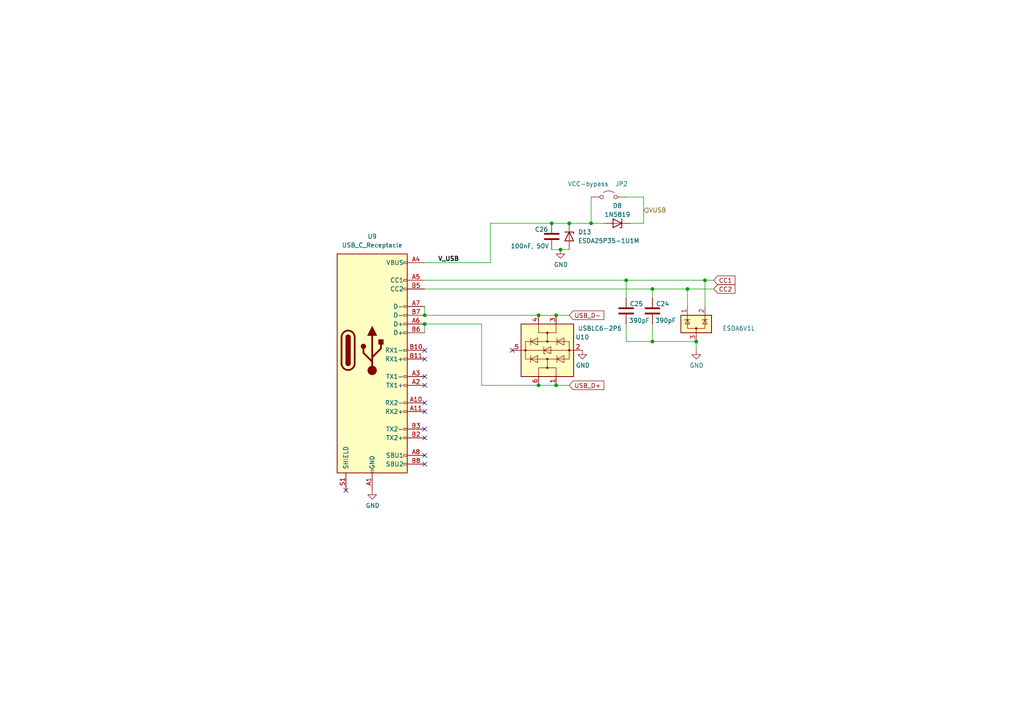
<source format=kicad_sch>
(kicad_sch (version 20231120) (generator "eeschema") (generator_version "8.0")
  (paper "A4")
  (title_block (title "I3ESC") (date "2024-09-07") (company "AlfredoSystems"))
  (lib_symbols
    (symbol "Connector:USB_C_Receptacle" (pin_names (offset 1.016))
      (property "Reference" "J" (at -10.16 29.21 0))
      (property "Value" "USB_C_Receptacle" (at 10.16 29.21 0))
      (symbol "USB_C_Receptacle_0_0"
        (rectangle (start -0.254 -35.56) (end 0.254 -34.544))
        (rectangle (start 10.16 -32.766) (end 9.144 -33.274))
        (rectangle (start 10.16 -30.226) (end 9.144 -30.734))
        (rectangle (start 10.16 -25.146) (end 9.144 -25.654))
        (rectangle (start 10.16 -22.606) (end 9.144 -23.114))
        (rectangle (start 10.16 -17.526) (end 9.144 -18.034))
        (rectangle (start 10.16 -14.986) (end 9.144 -15.494))
        (rectangle (start 10.16 -9.906) (end 9.144 -10.414))
        (rectangle (start 10.16 -7.366) (end 9.144 -7.874))
        (rectangle (start 10.16 -2.286) (end 9.144 -2.794))
        (rectangle (start 10.16 0.254) (end 9.144 -0.254))
        (rectangle (start 10.16 5.334) (end 9.144 4.826))
        (rectangle (start 10.16 7.874) (end 9.144 7.366))
        (rectangle (start 10.16 10.414) (end 9.144 9.906))
        (rectangle (start 10.16 12.954) (end 9.144 12.446))
        (rectangle (start 10.16 18.034) (end 9.144 17.526))
        (rectangle (start 10.16 20.574) (end 9.144 20.066))
        (rectangle (start 10.16 25.654) (end 9.144 25.146))
      )
      (symbol "USB_C_Receptacle_0_1"
        (rectangle (start -10.16 27.94) (end 10.16 -35.56) (stroke (width 0.254)) (fill (type background)))
        (arc (start -8.89 -3.81) (mid -6.985 -5.7067) (end -5.08 -3.81) (stroke (width 0.508)))
        (arc (start -7.62 -3.81) (mid -6.985 -4.4423) (end -6.35 -3.81) (stroke (width 0.254)))
        (arc (start -7.62 -3.81) (mid -6.985 -4.4423) (end -6.35 -3.81) (stroke (width 0.254)) (fill (type outline)))
        (rectangle (start -7.62 -3.81) (end -6.35 3.81) (stroke (width 0.254)) (fill (type outline)))
        (arc (start -6.35 3.81) (mid -6.985 4.4423) (end -7.62 3.81) (stroke (width 0.254)))
        (arc (start -6.35 3.81) (mid -6.985 4.4423) (end -7.62 3.81) (stroke (width 0.254)) (fill (type outline)))
        (arc (start -5.08 3.81) (mid -6.985 5.7067) (end -8.89 3.81) (stroke (width 0.508)))
        (polyline (pts (xy -8.89 -3.81) (xy -8.89 3.81)) (stroke (width 0.508)))
        (polyline (pts (xy -5.08 3.81) (xy -5.08 -3.81)) (stroke (width 0.508)))
      )
      (symbol "USB_C_Receptacle_1_1"
        (circle (center -2.54 1.143) (radius 0.635) (stroke (width 0.254)) (fill (type outline)))
        (circle (center 0 -5.842) (radius 1.27) (fill (type outline)))
        (polyline (pts (xy 0 -5.842) (xy 0 4.318)) (stroke (width 0.508)))
        (polyline (pts (xy 0 -3.302) (xy -2.54 -0.762) (xy -2.54 0.508)) (stroke (width 0.508)))
        (polyline (pts (xy 0 -2.032) (xy 2.54 0.508) (xy 2.54 1.778)) (stroke (width 0.508)))
        (polyline (pts (xy -1.27 4.318) (xy 0 6.858) (xy 1.27 4.318) (xy -1.27 4.318)) (stroke (width 0.254)) (fill (type outline)))
        (rectangle (start 1.905 1.778) (end 3.175 3.048) (stroke (width 0.254)) (fill (type outline)))
        (pin passive line (at 0 -40.64 90) (length 5.08) (name "GND") (number "A1"))
        (pin bidirectional line (at 15.24 -15.24 180) (length 5.08) (name "RX2-") (number "A10"))
        (pin bidirectional line (at 15.24 -17.78 180) (length 5.08) (name "RX2+") (number "A11"))
        (pin passive line (at 0 -40.64 90) (length 5.08) hide (name "GND") (number "A12"))
        (pin bidirectional line (at 15.24 -10.16 180) (length 5.08) (name "TX1+") (number "A2"))
        (pin bidirectional line (at 15.24 -7.62 180) (length 5.08) (name "TX1-") (number "A3"))
        (pin passive line (at 15.24 25.4 180) (length 5.08) (name "VBUS") (number "A4"))
        (pin bidirectional line (at 15.24 20.32 180) (length 5.08) (name "CC1") (number "A5"))
        (pin bidirectional line (at 15.24 7.62 180) (length 5.08) (name "D+") (number "A6"))
        (pin bidirectional line (at 15.24 12.7 180) (length 5.08) (name "D-") (number "A7"))
        (pin bidirectional line (at 15.24 -30.48 180) (length 5.08) (name "SBU1") (number "A8"))
        (pin passive line (at 15.24 25.4 180) (length 5.08) hide (name "VBUS") (number "A9"))
        (pin passive line (at 0 -40.64 90) (length 5.08) hide (name "GND") (number "B1"))
        (pin bidirectional line (at 15.24 0 180) (length 5.08) (name "RX1-") (number "B10"))
        (pin bidirectional line (at 15.24 -2.54 180) (length 5.08) (name "RX1+") (number "B11"))
        (pin passive line (at 0 -40.64 90) (length 5.08) hide (name "GND") (number "B12"))
        (pin bidirectional line (at 15.24 -25.4 180) (length 5.08) (name "TX2+") (number "B2"))
        (pin bidirectional line (at 15.24 -22.86 180) (length 5.08) (name "TX2-") (number "B3"))
        (pin passive line (at 15.24 25.4 180) (length 5.08) hide (name "VBUS") (number "B4"))
        (pin bidirectional line (at 15.24 17.78 180) (length 5.08) (name "CC2") (number "B5"))
        (pin bidirectional line (at 15.24 5.08 180) (length 5.08) (name "D+") (number "B6"))
        (pin bidirectional line (at 15.24 10.16 180) (length 5.08) (name "D-") (number "B7"))
        (pin bidirectional line (at 15.24 -33.02 180) (length 5.08) (name "SBU2") (number "B8"))
        (pin passive line (at 15.24 25.4 180) (length 5.08) hide (name "VBUS") (number "B9"))
        (pin passive line (at -7.62 -40.64 90) (length 5.08) (name "SHIELD") (number "S1"))
      )
    )
    (symbol "Device:C" (pin_numbers hide) (pin_names (offset 0.254))
      (property "Reference" "C" (at 0.635 2.54 0))
      (property "Value" "C" (at 0.635 -2.54 0))
      (symbol "C_0_1"
        (polyline (pts (xy -2.032 -0.762) (xy 2.032 -0.762)) (stroke (width 0.508)))
        (polyline (pts (xy -2.032 0.762) (xy 2.032 0.762)) (stroke (width 0.508)))
      )
      (symbol "C_1_1"
        (pin passive line (at 0 3.81 270) (length 2.794) (name "~") (number "1"))
        (pin passive line (at 0 -3.81 90) (length 2.794) (name "~") (number "2"))
      )
    )
    (symbol "Device:D_Zener" (pin_numbers hide) (pin_names (offset 1.016) hide)
      (property "Reference" "D" (at 0 2.54 0))
      (property "Value" "D_Zener" (at 0 -2.54 0))
      (symbol "D_Zener_0_1"
        (polyline (pts (xy 1.27 0) (xy -1.27 0)))
        (polyline (pts (xy -1.27 -1.27) (xy -1.27 1.27) (xy -0.762 1.27)) (stroke (width 0.254)))
        (polyline (pts (xy 1.27 -1.27) (xy 1.27 1.27) (xy -1.27 0) (xy 1.27 -1.27)) (stroke (width 0.254)))
      )
      (symbol "D_Zener_1_1"
        (pin passive line (at -3.81 0 0) (length 2.54) (name "K") (number "1"))
        (pin passive line (at 3.81 0 180) (length 2.54) (name "A") (number "2"))
      )
    )
    (symbol "Jumper:Jumper_2_Open" (pin_numbers hide) (pin_names (offset 0) hide) (exclude_from_sim yes)
      (property "Reference" "JP" (at 0 2.794 0))
      (property "Value" "Jumper_2_Open" (at 0 -2.286 0))
      (symbol "Jumper_2_Open_0_0"
        (circle (center -2.032 0) (radius 0.508))
        (circle (center 2.032 0) (radius 0.508))
      )
      (symbol "Jumper_2_Open_0_1"
        (arc (start 1.524 1.27) (mid 0 1.778) (end -1.524 1.27))
      )
      (symbol "Jumper_2_Open_1_1"
        (pin passive line (at -5.08 0 0) (length 2.54) (name "A") (number "1"))
        (pin passive line (at 5.08 0 180) (length 2.54) (name "B") (number "2"))
      )
    )
    (symbol "Power_Protection:ESDA5V3L" (pin_names hide)
      (property "Reference" "D" (at 5.715 2.54 0))
      (property "Value" "ESDA5V3L" (at 5.715 0.635 0))
      (symbol "ESDA5V3L_0_0"
        (pin passive line (at 0 -5.08 90) (length 2.54) (name "A") (number "3"))
      )
      (symbol "ESDA5V3L_0_1"
        (rectangle (start -4.445 2.54) (end 4.445 -2.54) (stroke (width 0.254)) (fill (type background)))
        (circle (center 0 -1.27) (radius 0.254) (fill (type outline)))
        (polyline (pts (xy -2.54 2.54) (xy -2.54 1.27)))
        (polyline (pts (xy 0 -1.27) (xy 0 -2.54)))
        (polyline (pts (xy 2.54 2.54) (xy 2.54 1.27)))
        (polyline (pts (xy -3.302 1.016) (xy -3.302 1.27) (xy -1.905 1.27) (xy -1.778 1.27)))
        (polyline (pts (xy -2.54 1.27) (xy -2.54 -1.27) (xy 2.54 -1.27) (xy 2.54 1.27)))
        (polyline (pts (xy -2.54 1.27) (xy -1.905 0) (xy -3.175 0) (xy -2.54 1.27)))
        (polyline (pts (xy 1.778 1.016) (xy 1.778 1.27) (xy 3.175 1.27) (xy 3.302 1.27)))
        (polyline (pts (xy 2.54 1.27) (xy 1.905 0) (xy 3.175 0) (xy 2.54 1.27)))
      )
      (symbol "ESDA5V3L_1_1"
        (pin passive line (at -2.54 5.08 270) (length 2.54) (name "K") (number "1"))
        (pin passive line (at 2.54 5.08 270) (length 2.54) (name "K") (number "2"))
      )
    )
    (symbol "Power_Protection:USBLC6-2P6" (pin_names hide)
      (property "Reference" "U" (at 2.54 8.89 0))
      (property "Value" "USBLC6-2P6" (at 2.54 -8.89 0))
      (symbol "USBLC6-2P6_0_1"
        (rectangle (start -7.62 -7.62) (end 7.62 7.62) (stroke (width 0.254)) (fill (type background)))
        (circle (center -5.08 0) (radius 0.254) (fill (type outline)))
        (circle (center -2.54 0) (radius 0.254) (fill (type outline)))
        (rectangle (start -2.54 6.35) (end 2.54 -6.35))
        (circle (center 0 -6.35) (radius 0.254) (fill (type outline)))
        (polyline (pts (xy -5.08 -2.54) (xy -7.62 -2.54)))
        (polyline (pts (xy -5.08 0) (xy -5.08 -2.54)))
        (polyline (pts (xy -5.08 2.54) (xy -7.62 2.54)))
        (polyline (pts (xy -1.524 -2.794) (xy -3.556 -2.794)))
        (polyline (pts (xy -1.524 4.826) (xy -3.556 4.826)))
        (polyline (pts (xy 0 -7.62) (xy 0 -6.35)))
        (polyline (pts (xy 0 -6.35) (xy 0 1.27)))
        (polyline (pts (xy 0 1.27) (xy 0 6.35)))
        (polyline (pts (xy 0 6.35) (xy 0 7.62)))
        (polyline (pts (xy 1.524 -2.794) (xy 3.556 -2.794)))
        (polyline (pts (xy 1.524 4.826) (xy 3.556 4.826)))
        (polyline (pts (xy 5.08 -2.54) (xy 7.62 -2.54)))
        (polyline (pts (xy 5.08 0) (xy 5.08 -2.54)))
        (polyline (pts (xy 5.08 2.54) (xy 7.62 2.54)))
        (polyline (pts (xy -2.54 0) (xy -5.08 0) (xy -5.08 2.54)))
        (polyline (pts (xy 2.54 0) (xy 5.08 0) (xy 5.08 2.54)))
        (polyline (pts (xy -3.556 -4.826) (xy -1.524 -4.826) (xy -2.54 -2.794) (xy -3.556 -4.826)))
        (polyline (pts (xy -3.556 2.794) (xy -1.524 2.794) (xy -2.54 4.826) (xy -3.556 2.794)))
        (polyline (pts (xy -1.016 -1.016) (xy 1.016 -1.016) (xy 0 1.016) (xy -1.016 -1.016)))
        (polyline (pts (xy 1.016 1.016) (xy 0.762 1.016) (xy -1.016 1.016) (xy -1.016 0.508)))
        (polyline (pts (xy 3.556 -4.826) (xy 1.524 -4.826) (xy 2.54 -2.794) (xy 3.556 -4.826)))
        (polyline (pts (xy 3.556 2.794) (xy 1.524 2.794) (xy 2.54 4.826) (xy 3.556 2.794)))
        (circle (center 0 6.35) (radius 0.254) (fill (type outline)))
        (circle (center 2.54 0) (radius 0.254) (fill (type outline)))
        (circle (center 5.08 0) (radius 0.254) (fill (type outline)))
      )
      (symbol "USBLC6-2P6_1_1"
        (pin passive line (at -10.16 -2.54 0) (length 2.54) (name "I/O1") (number "1"))
        (pin passive line (at 0 -10.16 90) (length 2.54) (name "GND") (number "2"))
        (pin passive line (at 10.16 -2.54 180) (length 2.54) (name "I/O2") (number "3"))
        (pin passive line (at 10.16 2.54 180) (length 2.54) (name "I/O2") (number "4"))
        (pin passive line (at 0 10.16 270) (length 2.54) (name "VBUS") (number "5"))
        (pin passive line (at -10.16 2.54 0) (length 2.54) (name "I/O1") (number "6"))
      )
    )
    (symbol "power:GND" (power) (pin_names (offset 0))
      (property "Value" "GND" (at 0 -3.81 0))
      (symbol "GND_0_1"
        (polyline (pts (xy 0 0) (xy 0 -1.27) (xy 1.27 -1.27) (xy 0 -2.54) (xy -1.27 -1.27) (xy 0 -1.27)))
      )
      (symbol "GND_1_1"
        (pin power_in line (at 0 0 270) (length 0) hide (name "GND") (number "1"))
      )
    )
  )
  (junction (at 161.29 111.76))
  (junction (at 156.21 91.44))
  (junction (at 123.19 93.98))
  (junction (at 160.02 64.77))
  (junction (at 171.45 64.77))
  (junction (at 199.39 83.82))
  (junction (at 181.61 81.28))
  (junction (at 189.23 99.06))
  (junction (at 165.1 64.77))
  (junction (at 123.19 91.44))
  (junction (at 156.21 111.76))
  (junction (at 162.56 72.39))
  (junction (at 189.23 83.82))
  (junction (at 161.29 91.44))
  (junction (at 201.93 99.06))
  (junction (at 204.47 81.28))
  (no_connect (at 123.19 104.14))
  (no_connect (at 123.19 111.76))
  (no_connect (at 123.19 101.6))
  (no_connect (at 148.59 101.6))
  (no_connect (at 100.33 142.24))
  (no_connect (at 123.19 127))
  (no_connect (at 123.19 132.08))
  (no_connect (at 123.19 109.22))
  (no_connect (at 123.19 116.84))
  (no_connect (at 123.19 124.46))
  (no_connect (at 123.19 134.62))
  (no_connect (at 123.19 119.38))
  (wire (pts (xy 181.61 81.28) (xy 181.61 86.36)))
  (wire (pts (xy 181.61 93.98) (xy 181.61 99.06)))
  (wire (pts (xy 186.69 64.77) (xy 182.88 64.77)))
  (wire (pts (xy 123.19 88.9) (xy 123.19 91.44)))
  (wire (pts (xy 186.69 57.15) (xy 186.69 64.77)))
  (wire (pts (xy 161.29 91.44) (xy 165.1 91.44)))
  (wire (pts (xy 189.23 83.82) (xy 189.23 86.36)))
  (wire (pts (xy 181.61 57.15) (xy 186.69 57.15)))
  (wire (pts (xy 139.7 93.98) (xy 123.19 93.98)))
  (wire (pts (xy 123.19 91.44) (xy 156.21 91.44)))
  (wire (pts (xy 160.02 72.39) (xy 162.56 72.39)))
  (wire (pts (xy 189.23 83.82) (xy 199.39 83.82)))
  (wire (pts (xy 123.19 76.2) (xy 142.24 76.2)))
  (wire (pts (xy 156.21 111.76) (xy 161.29 111.76)))
  (wire (pts (xy 199.39 83.82) (xy 199.39 88.9)))
  (wire (pts (xy 123.19 93.98) (xy 123.19 96.52)))
  (wire (pts (xy 181.61 81.28) (xy 204.47 81.28)))
  (wire (pts (xy 139.7 111.76) (xy 156.21 111.76)))
  (wire (pts (xy 204.47 81.28) (xy 207.01 81.28)))
  (wire (pts (xy 201.93 101.6) (xy 201.93 99.06)))
  (wire (pts (xy 123.19 81.28) (xy 181.61 81.28)))
  (wire (pts (xy 189.23 99.06) (xy 201.93 99.06)))
  (wire (pts (xy 160.02 64.77) (xy 165.1 64.77)))
  (wire (pts (xy 142.24 64.77) (xy 142.24 76.2)))
  (wire (pts (xy 139.7 111.76) (xy 139.7 93.98)))
  (wire (pts (xy 204.47 81.28) (xy 204.47 88.9)))
  (wire (pts (xy 165.1 64.77) (xy 171.45 64.77)))
  (wire (pts (xy 171.45 64.77) (xy 175.26 64.77)))
  (wire (pts (xy 162.56 72.39) (xy 165.1 72.39)))
  (wire (pts (xy 199.39 83.82) (xy 207.01 83.82)))
  (wire (pts (xy 142.24 64.77) (xy 160.02 64.77)))
  (wire (pts (xy 181.61 99.06) (xy 189.23 99.06)))
  (wire (pts (xy 123.19 83.82) (xy 189.23 83.82)))
  (wire (pts (xy 156.21 91.44) (xy 161.29 91.44)))
  (wire (pts (xy 165.1 111.76) (xy 161.29 111.76)))
  (wire (pts (xy 189.23 93.98) (xy 189.23 99.06)))
  (wire (pts (xy 171.45 57.15) (xy 171.45 64.77)))
  (label "V_USB" (at 127 76.2 0) (effects (font (bold yes))))
  (global_label "CC1" (shape input) (at 207.01 81.28 0) (property "Intersheetrefs" "${INTERSHEET_REFS}" (effects (hide yes))))
  (global_label "USB_D-" (shape input) (at 165.1 91.44 0) (property "Intersheetrefs" "${INTERSHEET_REFS}" (effects (hide yes))))
  (global_label "CC2" (shape input) (at 207.01 83.82 0) (property "Intersheetrefs" "${INTERSHEET_REFS}" (effects (hide yes))))
  (global_label "USB_D+" (shape input) (at 165.1 111.76 0) (property "Intersheetrefs" "${INTERSHEET_REFS}" (effects (hide yes))))
  (hierarchical_label "VUSB" (shape input) (at 186.69 60.96 0))
  (symbol (lib_id "Device:C") (at 160.02 68.58 0) (mirror y) (unit 1)
    (property "Reference" "C26" (at 159.004 66.548 0) (effects (justify left)))
    (property "Value" "100nF, 50V" (at 159.258 71.374 0) (effects (justify left)))
    (property "Footprint" "Capacitor_SMD:C_0402_1005Metric" (effects (hide yes)))
    (property "Datasheet" "https://lcsc.com/product-detail/Multilayer-Ceramic-Capacitors-MLCC---SMD-SMT_Samsung-Electro-Mechanics-Samsung-Electro-Mechanics-CL05B104KB54PNC_C307331.html" (effects (hide yes)))
    (property "Description" "Unpolarized capacitor" (effects (hide yes)))
    (property "LCSC" "C307331" (effects (hide yes)))
  )
  (symbol (lib_id "Device:C") (at 181.61 90.17 0) (unit 1)
    (property "Reference" "C25" (at 182.626 88.138 0) (effects (justify left)))
    (property "Value" "390pF" (at 182.372 92.964 0) (effects (justify left)))
    (property "Footprint" "Capacitor_SMD:C_0402_1005Metric" (effects (hide yes)))
    (property "Datasheet" "https://jlcpcb.com/partdetail/Yageo-CC0402JRNPO9BN391/C282239" (effects (hide yes)))
    (property "Description" "Unpolarized capacitor" (effects (hide yes)))
    (property "LCSC" "C282239" (effects (hide yes)))
  )
  (symbol (lib_id "power:GND") (at 168.91 101.6 0) (unit 1)
    (property "Reference" "#PWR024" (effects (hide yes)))
    (property "Value" "GND" (at 169.037 105.9942 0))
  )
  (symbol (lib_id "Device:C") (at 189.23 90.17 0) (unit 1)
    (property "Reference" "C24" (at 190.246 88.138 0) (effects (justify left)))
    (property "Value" "390pF" (at 189.992 92.964 0) (effects (justify left)))
    (property "Footprint" "Capacitor_SMD:C_0402_1005Metric" (effects (hide yes)))
    (property "Datasheet" "https://jlcpcb.com/partdetail/Yageo-CC0402JRNPO9BN391/C282239" (effects (hide yes)))
    (property "Description" "Unpolarized capacitor" (effects (hide yes)))
    (property "LCSC" "C282239" (effects (hide yes)))
  )
  (symbol (lib_id "Connector:USB_C_Receptacle") (at 107.95 101.6 0) (unit 1)
    (property "Reference" "U9" (at 107.95 68.58 0))
    (property "Value" "USB_C_Receptacle" (at 107.95 71.12 0))
    (property "Footprint" "AlfredoFootprints:USB_TYPE-C-31-M-12" (effects (hide yes)))
    (property "Datasheet" "https://lcsc.com/product-detail/USB-Connectors_Korean-Hroparts-Elec-TYPE-C-31-M-12_C165948.html" (effects (hide yes)))
    (property "LCSC" "C165948" (effects (hide yes)))
  )
  (symbol (lib_id "Device:D_Zener") (at 165.1 68.58 270) (unit 1)
    (property "Reference" "D13" (at 167.64 67.31 90) (effects (justify left)))
    (property "Value" "ESDA25P35-1U1M" (at 167.64 69.85 90) (effects (justify left)))
    (property "Footprint" "AlfredoFootprints:DFN1610-2" (effects (hide yes)))
    (property "Datasheet" "https://jlcpcb.com/partdetail/TechPublic-ESDA25P351U1M/C19829649" (effects (hide yes)))
    (property "LCSC" "C19829649" (effects (hide yes)))
  )
  (symbol (lib_id "Device:D_Zener") (at 179.07 64.77 180) (unit 1)
    (property "Reference" "D8" (at 179.07 59.69 0))
    (property "Value" "1N5819" (at 179.07 62.23 0))
    (property "Footprint" "AlfredoFootprints:D_SOD-323" (effects (hide yes)))
    (property "Datasheet" "https://lcsc.com/product-detail/Schottky-Barrier-Diodes-SBD_Guangdong-Hottech-Guangdong-Hottech-1N5819WS_C191023.html" (effects (hide yes)))
    (property "LCSC" "C191023" (effects (hide yes)))
  )
  (symbol (lib_id "Jumper:Jumper_2_Open") (at 176.53 57.15 0) (mirror y) (unit 1) (exclude_from_sim yes)
    (property "Reference" "JP2" (at 182.118 53.34 0) (effects (justify left)))
    (property "Value" "VCC-bypass" (at 176.53 53.34 0) (effects (justify left)))
    (property "Footprint" "AlfredoFootprints:SolderJumper-2-Small" (effects (hide yes)))
    (property "Description" "Jumper, 2-pole, open" (effects (hide yes)))
  )
  (symbol (lib_id "power:GND") (at 201.93 101.6 0) (unit 1)
    (property "Reference" "#PWR030" (effects (hide yes)))
    (property "Value" "GND" (at 202.057 105.9942 0))
  )
  (symbol (lib_id "power:GND") (at 162.56 72.39 0) (unit 1)
    (property "Reference" "#PWR023" (effects (hide yes)))
    (property "Value" "GND" (at 162.687 76.7842 0))
  )
  (symbol (lib_id "Power_Protection:USBLC6-2P6") (at 158.75 101.6 90) (unit 1)
    (property "Reference" "U10" (at 168.91 97.79 90))
    (property "Value" "USBLC6-2P6" (at 173.99 95.25 90))
    (property "Footprint" "Package_TO_SOT_SMD:SOT-666" (effects (hide yes)))
    (property "Datasheet" "https://jlcpcb.com/partdetail/TechPublic-USBLC62P6/C2827693" (effects (hide yes)))
    (property "LCSC" "C2827693" (effects (hide yes)))
  )
  (symbol (lib_id "power:GND") (at 107.95 142.24 0) (unit 1)
    (property "Reference" "#PWR022" (effects (hide yes)))
    (property "Value" "GND" (at 108.077 146.6342 0))
  )
  (symbol (lib_id "Power_Protection:ESDA5V3L") (at 201.93 93.98 0) (unit 1)
    (property "Reference" "D11" (effects (hide yes)))
    (property "Value" "ESDA6V1L" (at 209.55 95.2499 0) (effects (justify left)))
    (property "Footprint" "Package_TO_SOT_SMD:SOT-23-3" (effects (hide yes)))
    (property "Datasheet" "https://jlcpcb.com/partdetail/TechPublic-ESDA6V1L/C587141" (effects (hide yes)))
    (property "LCSC" "C587141" (effects (hide yes)))
  )
)
</source>
